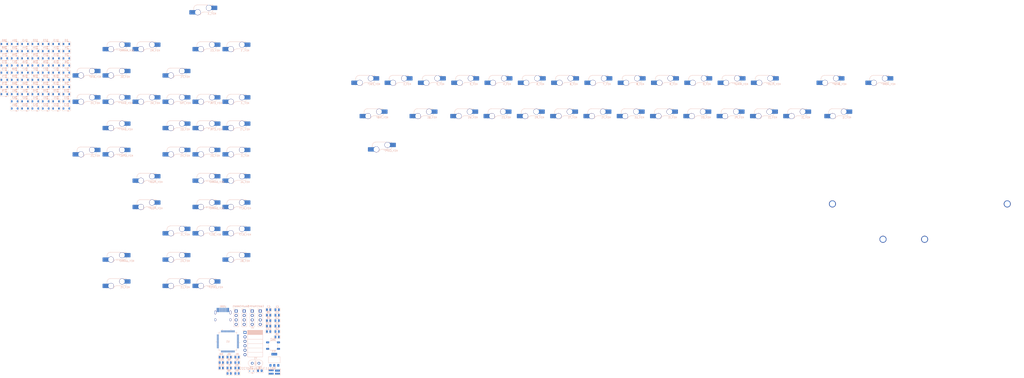
<source format=kicad_pcb>
(kicad_pcb (version 20241229) (generator "pcbnew") (generator_version "9.0")
  (layers (0 "F.Cu" signal) (4 "In1.Cu" signal) (6 "In2.Cu" signal) (2 "B.Cu" signal) (13 "F.Paste" user) (15 "B.Paste" user) (5 "F.SilkS" user "F.Silkscreen") (7 "B.SilkS" user "B.Silkscreen") (1 "F.Mask" user) (3 "B.Mask" user) (25 "Edge.Cuts" user))
  (net 0 "")
  (net 1 "GND")
  (net 2 "+3.3V")
  (net 3 "+5V")
  (net 4 "Net-(D3-A)")
  (net 5 "Net-(D4-A)")
  (net 6 "Net-(D5-A)")
  (net 7 "Net-(D6-A)")
  (net 8 "Net-(D7-A)")
  (net 9 "Net-(D8-A)")
  (net 10 "Net-(D9-A)")
  (net 11 "Net-(D10-A)")
  (net 12 "Net-(D11-A)")
  (net 13 "Net-(D12-A)")
  (net 14 "Net-(D13-A)")
  (net 15 "Net-(D14-A)")
  (net 16 "Net-(D15-A)")
  (net 17 "Net-(D16-A)")
  (net 18 "Net-(D17-A)")
  (net 19 "Net-(D18-A)")
  (net 20 "Net-(D19-A)")
  (net 21 "Net-(D20-A)")
  (net 22 "Net-(D21-A)")
  (net 23 "Net-(D22-A)")
  (net 24 "Net-(D23-A)")
  (net 25 "Net-(D29-A)")
  (net 26 "Net-(D30-A)")
  (net 27 "Net-(D31-A)")
  (net 28 "Net-(D32-A)")
  (net 29 "Net-(D33-A)")
  (net 30 "Net-(D24-A)")
  (net 31 "Net-(D25-A)")
  (net 32 "Net-(D26-A)")
  (net 33 "Net-(D27-A)")
  (net 34 "Net-(D28-A)")
  (net 35 "Net-(D34-A)")
  (net 36 "/COL2")
  (net 37 "/COL3")
  (net 38 "/COL4")
  (net 39 "/COL5")
  (net 40 "/COL1")
  (net 41 "/ROT_TIMB")
  (net 42 "/ROT_TIMA")
  (net 43 "Net-(U1-OSCIN)")
  (net 44 "Net-(U1-OSCOUT)")
  (net 45 "Net-(U1-VCAP)")
  (net 46 "/NRST")
  (net 47 "/D+")
  (net 48 "/D-")
  (net 49 "/ROW1")
  (net 50 "/ROW2")
  (net 51 "/ROW3")
  (net 52 "/ROW4")
  (net 53 "/ROW5")
  (net 54 "Net-(D35-A)")
  (net 55 "/ROT_SW")
  (net 56 "/UART_TX_EAST")
  (net 57 "/UART_RX_EAST")
  (net 58 "Net-(U1-VDDA)")
  (net 59 "/RGB_DATAIN")
  (net 60 "Net-(D36-A)")
  (net 61 "Net-(D37-A)")
  (net 62 "Net-(D38-A)")
  (net 63 "Net-(D39-A)")
  (net 64 "Net-(D40-A)")
  (net 65 "Net-(D41-A)")
  (net 66 "Net-(D42-A)")
  (net 67 "Net-(D43-A)")
  (net 68 "Net-(D44-A)")
  (net 69 "Net-(D45-A)")
  (net 70 "Net-(D46-A)")
  (net 71 "Net-(D47-A)")
  (net 72 "Net-(D48-A)")
  (net 73 "Net-(D50-A)")
  (net 74 "Net-(D51-A)")
  (net 75 "Net-(D52-A)")
  (net 76 "Net-(D53-A)")
  (net 77 "Net-(D54-A)")
  (net 78 "Net-(D55-A)")
  (net 79 "Net-(D56-A)")
  (net 80 "Net-(D57-A)")
  (net 81 "Net-(D58-A)")
  (net 82 "/UART_TX_NORTH")
  (net 83 "/UART_RX_NORTH")
  (net 84 "Net-(USB1-CC2)")
  (net 85 "Net-(USB1-CC1)")
  (net 86 "Net-(U1-PA11)")
  (net 87 "Net-(U1-PA12)")
  (net 88 "Net-(U1-BOOT)")
  (net 89 "/JTCLK")
  (net 90 "Net-(J1-Pin_2)")
  (net 91 "/JTMS")
  (net 92 "Net-(J1-Pin_4)")
  (net 93 "Net-(J1-Pin_5)")
  (net 94 "Net-(J1-Pin_6)")
  (net 95 "/SWO")
  (net 96 "/UART_TX_SOUTH")
  (net 97 "/UART_RX_SOUTH")
  (net 99 "AGND")
  (net 100 "Net-(D59-A)")
  (net 101 "/UART_TX_WEST")
  (net 104 "Net-(D60-A)")
  (net 105 "Net-(D61-A)")
  (net 106 "Net-(D62-A)")
  (net 109 "Net-(D64-A)")
  (net 111 "Net-(D65-A)")
  (net 112 "Net-(D68-A)")
  (net 113 "/UART_RX_WEST")
  (net 114 "Net-(D71-A)")
  (net 115 "Net-(D72-A)")
  (net 116 "Net-(D73-A)")
  (net 119 "Net-(D2-A)")
  (net 124 "Net-(D74-A)")
  (net 125 "Net-(D75-A)")
  (net 126 "Net-(D76-A)")
  (net 127 "/COL12")
  (net 128 "/COL9")
  (net 129 "/COL10")
  (net 130 "/COL11")
  (net 131 "/COL6")
  (net 132 "/COL7")
  (net 133 "/COL8")
  (net 134 "/COL14")
  (net 135 "/COL13")
  (net 136 "/COL15")
  (footprint "PCM_marbastlib-mx:STAB_MX_2.25u" (layer "F.Cu") (at 311.94375 161.9511)
    (property "Reference" "S4" (hide yes))
    (property "Value" "MX_stab")
  )
  (footprint "PCM_marbastlib-mx:STAB_MX_P_2u" (layer "F.Cu") (at 340.81375 141.5972)
    (property "Reference" "S3" (hide yes))
    (property "Value" "MX_stab")
  )
  (footprint "PCM_marbastlib-mx:STAB_MX_P_6.25u" (layer "F.Cu") (at 349.98375 121.3672)
    (property "Reference" "S2" (hide yes))
    (property "Value" "MX_stab")
  )
  (footprint "PCM_marbastlib-mx:STAB_MX_2u" (layer "F.Cu") (at 311.94375 182.245)
    (property "Reference" "S5" (hide yes))
    (property "Value" "MX_stab")
  )
  (footprint "PCM_marbastlib-mx:STAB_MX_2.25u" (layer "F.Cu") (at 311.94375 141.6572)
    (property "Reference" "S1" (hide yes))
    (property "Value" "MX_stab")
  )
  (footprint "PCM_Resistor_SMD_AKL:R_0805_2012Metric" (layer "B.Cu") (at -45.1515 205.13825 180)
    (property "Reference" "R6")
    (property "Value" "22" (hide yes))
  )
  (footprint "PCM_marbastlib-mx:SW_MX_HS_CPG151101S11_1u" (layer "B.Cu") (at 52.41 47.625 180)
    (property "Reference" "KEY_1")
    (property "Value" "MX_SW_HS")
  )
  (footprint "PCM_marbastlib-mx:SW_MX_HS_CPG151101S11_1u" (layer "B.Cu") (at 242.355 66.675 180)
    (property "Reference" "KEY_P1")
    (property "Value" "MX_SW_HS")
  )
  (footprint "PCM_Diode_SMD_AKL:D_SOD-123" (layer "B.Cu") (at -156.0315 35.19825 180)
    (property "Reference" "D36")
    (property "Value" "1N4148W" (hide yes))
  )
  (footprint "PCM_Capacitor_SMD_AKL:C_0805_2012Metric" (layer "B.Cu") (at -22.584182 178.02825 180)
    (property "Reference" "C8")
    (property "Value" "10uF" (hide yes))
  )
  (footprint "PCM_marbastlib-mx:SW_MX_HS_CPG151101S11_1u" (layer "B.Cu") (at 327.445 47.625 180)
    (property "Reference" "KEY_HOME1")
    (property "Value" "MX_SW_HS")
  )
  (footprint "PCM_Diode_SMD_AKL:D_SOD-123" (layer "B.Cu") (at -167.8715 26.99825 180)
    (property "Reference" "D55")
    (property "Value" "1N4148W" (hide yes))
  )
  (footprint "PCM_marbastlib-mx:SW_MX_HS_CPG151101S11_1u" (layer "B.Cu") (at -40.351324 73.52325 180)
    (property "Reference" "KEY_/1")
    (property "Value" "MX_SW_HS")
  )
  (footprint "PCM_Diode_SMD_AKL:D_SOD-123" (layer "B.Cu") (at -173.7915 31.09825 180)
    (property "Reference" "D71")
    (property "Value" "1N4148W" (hide yes))
  )
  (footprint "PCM_marbastlib-mx:SW_MX_HS_CPG151101S11_1u" (layer "B.Cu") (at 223.86 47.625 180)
    (property "Reference" "KEY_0")
    (property "Value" "MX_SW_HS")
  )
  (footprint "PCM_marbastlib-mx:SW_MX_HS_CPG151101S11_1u" (layer "B.Cu") (at -91.801324 28.37325 180)
    (property "Reference" "KEY_M1")
    (property "Value" "MX_SW_HS")
  )
  (footprint "PCM_Diode_SMD_AKL:D_SOD-123" (layer "B.Cu") (at -156.0315 43.39825 180)
    (property "Reference" "D38")
    (property "Value" "1N4148W" (hide yes))
  )
  (footprint "PCM_Diode_SMD_AKL:D_SOD-123" (layer "B.Cu") (at -144.1915 59.79825 180)
    (property "Reference" "D22")
    (property "Value" "1N4148W" (hide yes))
  )
  (footprint "PCM_marbastlib-mx:SW_MX_HS_CPG151101S11_1u" (layer "B.Cu") (at -108.951324 163.82325 180)
    (property "Reference" "KEY_V1")
    (property "Value" "MX_SW_HS")
  )
  (footprint "PCM_marbastlib-mx:SW_MX_HS_CPG151101S11_1u" (layer "B.Cu") (at -74.651324 163.82325 180)
    (property "Reference" "KEY_L1")
    (property "Value" "MX_SW_HS")
  )
  (footprint "PCM_Diode_SMD_AKL:D_SOD-123" (layer "B.Cu") (at -150.1115 47.49825 180)
    (property "Reference" "D29")
    (property "Value" "1N4148W" (hide yes))
  )
  (footprint "PCM_marbastlib-mx:SW_MX_HS_CPG151101S11_1u" (layer "B.Cu") (at 185.205 66.675 180)
    (property "Reference" "KEY_U1")
    (property "Value" "MX_SW_HS")
  )
  (footprint "PCM_Resistor_SMD_AKL:R_0805_2012Metric" (layer "B.Cu") (at -49.6715 208.25825 180)
    (property "Reference" "R13")
    (property "Value" "DNP" (hide yes))
  )
  (footprint "PCM_marbastlib-mx:SW_MX_HS_CPG151101S11_1u" (layer "B.Cu") (at -108.951324 28.37325 180)
    (property "Reference" "KEY_RARROW1")
    (property "Value" "MX_SW_HS")
  )
  (footprint "PCM_Diode_SMD_AKL:D_SOD-123" (layer "B.Cu") (at -144.1915 43.39825 180)
    (property "Reference" "D18")
    (property "Value" "1N4148W" (hide yes))
  )
  (footprint "PCM_Diode_SMD_AKL:D_SOD-123" (layer "B.Cu") (at -138.2715 22.89825 180)
    (property "Reference" "D3")
    (property "Value" "1N4148W" (hide yes))
  )
  (footprint "PCM_marbastlib-mx:SW_MX_HS_CPG151101S11_1u" (layer "B.Cu") (at -57.501324 58.47325 180)
    (property "Reference" "KEY_CTRL1")
    (property "Value" "MX_SW_HS")
  )
  (footprint "PCM_Diode_SMD_AKL:D_SOD-123" (layer "B.Cu") (at -150.1115 22.89825 180)
    (property "Reference" "D23")
    (property "Value" "1N4148W" (hide yes))
  )
  (footprint "PCM_marbastlib-mx:SW_MX_HS_CPG151101S11_1u" (layer "B.Cu") (at -108.951324 88.57325 180)
    (property "Reference" "KEY_SPACE1")
    (property "Value" "MX_SW_HS")
  )
  (footprint "PCM_marbastlib-mx:SW_MX_HS_CPG151101S11_1u" (layer "B.Cu") (at -57.501324 88.57325 180)
    (property "Reference" "KEY_D1")
    (property "Value" "MX_SW_HS")
  )
  (footprint "PCM_Diode_SMD_AKL:D_SOD-123" (layer "B.Cu") (at -167.8715 43.39825 180)
    (property "Reference" "D59")
    (property "Value" "1N4148W" (hide yes))
  )
  (footprint "PCM_Diode_SMD_AKL:D_SOD-123" (layer "B.Cu") (at -173.7915 22.89825 180)
    (property "Reference" "D65")
    (property "Value" "1N4148W" (hide yes))
  )
  (footprint "Connector_PinSocket_2.54mm:PinSocket_1x04_P2.54mm_Vertical" (layer "B.Cu") (at -31.9465 175.67325 180)
    (property "Reference" "North1")
    (property "Value" "Conn_01x04")
  )
  (footprint "PCM_Resistor_SMD_AKL:R_0805_2012Metric" (layer "B.Cu") (at -45.1515 202.01825 180)
    (property "Reference" "R5")
    (property "Value" "10k" (hide yes))
  )
  (footprint "PCM_Resistor_SMD_AKL:R_0805_2012Metric" (layer "B.Cu") (at -49.6715 205.13825 180)
    (property "Reference" "R10")
    (property "Value" "DNP" (hide yes))
  )
  (footprint "Connector_PinSocket_2.54mm:PinSocket_1x04_P2.54mm_Vertical" (layer "B.Cu") (at -41.1465 175.67325 180)
    (property "Reference" "West1")
    (property "Value" "Conn_01x04")
  )
  (footprint "PCM_Diode_SMD_AKL:D_SOD-123" (layer "B.Cu") (at -156.0315 51.59825 180)
    (property "Reference" "D40")
    (property "Value" "1N4148W" (hide yes))
  )
  (footprint "PCM_marbastlib-mx:SW_MX_HS_CPG151101S11_1u" (layer "B.Cu") (at -126.101324 58.47325 180)
    (property "Reference" "KEY_X1")
    (property "Value" "MX_SW_HS")
  )
  (footprint "PCM_Diode_SMD_AKL:D_SOD-123" (layer "B.Cu") (at -150.1115 35.19825 180)
    (property "Reference" "D26")
    (property "Value" "1N4148W" (hide yes))
  )
  (footprint "PCM_Diode_SMD_AKL:D_SOD-123" (layer "B.Cu") (at -167.8715 55.69825 180)
    (property "Reference" "D62")
    (property "Value" "1N4148W" (hide yes))
  )
  (footprint "PCM_Diode_SMD_AKL:D_SOD-123" (layer "B.Cu") (at -144.1915 39.29825 180)
    (property "Reference" "D17")
    (property "Value" "1N4148W" (hide yes))
  )
  (footprint "PCM_marbastlib-mx:SW_MX_HS_CPG151101S11_1u" (layer "B.Cu") (at 71.46 47.625 180)
    (property "Reference" "KEY_2")
    (property "Value" "MX_SW_HS")
  )
  (footprint "PCM_Diode_SMD_AKL:D_SOD-123" (layer "B.Cu") (at -144.1915 26.99825 180)
    (property "Reference" "D14")
    (property "Value" "1N4148W" (hide yes))
  )
  (footprint "PCM_marbastlib-mx:SW_MX_HS_CPG151101S11_1u" (layer "B.Cu") (at -74.651324 88.57325 180)
    (property "Reference" "KEY_H1")
    (property "Value" "MX_SW_HS")
  )
  (footprint "PCM_marbastlib-mx:SW_MX_HS_CPG151101S11_1u" (layer "B.Cu") (at 185.76 47.625 180)
    (property "Reference" "KEY_8")
    (property "Value" "MX_SW_HS")
  )
  (footprint "PCM_marbastlib-mx:SW_MX_HS_CPG151101S11_1u" (layer "B.Cu") (at 147.66 47.625 180)
    (property "Reference" "KEY_6")
    (property "Value" "MX_SW_HS")
  )
  (footprint "PCM_Diode_SMD_AKL:D_SOD-123" (layer "B.Cu") (at -156.0315 59.79825 180)
    (property "Reference" "D42")
    (property "Value" "1N4148W" (hide yes))
  )
  (footprint "PCM_marbastlib-mx:SW_MX_HS_CPG151101S11_1u" (layer "B.Cu") (at -74.651324 58.47325 180)
    (property "Reference" "KEY_FN1")
    (property "Value" "MX_SW_HS")
  )
  (footprint "PCM_marbastlib-mx:SW_MX_HS_CPG151101S11_1u" (layer "B.Cu") (at 33.3375 47.625 180)
    (property "Reference" "KEY_ESC1")
    (property "Value" "MX_SW_HS")
  )
  (footprint "PCM_Diode_SMD_AKL:D_SOD-123" (layer "B.Cu") (at -156.0315 22.89825 180)
    (property "Reference" "D33")
    (property "Value" "1N4148W" (hide yes))
  )
  (footprint "PCM_marbastlib-mx:SW_MX_HS_CPG151101S11_1u" (layer "B.Cu") (at 90.51 47.625 180)
    (property "Reference" "KEY_3")
    (property "Value" "MX_SW_HS")
  )
  (footprint "PCM_marbastlib-mx:SW_MX_HS_CPG151101S11_1u" (layer "B.Cu") (at -40.351324 103.62325 180)
    (property "Reference" "KEY_A1")
    (property "Value" "MX_SW_HS")
  )
  (footprint "PCM_marbastlib-mx:SW_MX_HS_CPG151101S11_1u" (layer "B.Cu") (at 223.3075 66.675 180)
    (property "Reference" "KEY_O1")
    (property "Value" "MX_SW_HS")
  )
  (footprint "PCM_Diode_SMD_AKL:D_SOD-123" (layer "B.Cu") (at -156.0315 31.09825 180)
    (property "Reference" "D35")
    (property "Value" "1N4148W" (hide yes))
  )
  (footprint "PCM_marbastlib-mx:SW_MX_HS_CPG151101S11_1u" (layer "B.Cu") (at -57.501324 103.62325 180)
    (property "Reference" "KEY_DARROW1")
    (property "Value" "MX_SW_HS")
  )
  (footprint "PCM_marbastlib-mx:SW_MX_HS_CPG151101S11_1u" (layer "B.Cu") (at -91.801324 58.47325 180)
    (property "Reference" "KEY_N1")
    (property "Value" "MX_SW_HS")
  )
  (footprint "PCM_Diode_SMD_AKL:D_SOD-123" (layer "B.Cu") (at -173.7915 35.19825 180)
    (property "Reference" "D72")
    (property "Value" "1N4148W" (hide yes))
  )
  (footprint "PCM_Diode_SMD_AKL:D_SOD-123" (layer "B.Cu") (at -138.2715 59.79825 180)
    (property "Reference" "D12")
    (property "Value" "1N4148W" (hide yes))
  )
  (footprint "PCM_Diode_SMD_AKL:D_SOD-123" (layer "B.Cu") (at -161.9515 26.99825 180)
    (property "Reference" "D44")
    (property "Value" "1N4148W" (hide yes))
  )
  (footprint "PCM_Diode_SMD_AKL:D_SOD-123" (layer "B.Cu") (at -138.2715 26.99825 180)
    (property "Reference" "D4")
    (property "Value" "1N4148W" (hide yes))
  )
  (footprint "PCM_marbastlib-mx:SW_MX_HS_CPG151101S11_1u" (layer "B.Cu") (at -57.501324 133.72325 180)
    (property "Reference" "KEY_DEL1")
    (property "Value" "MX_SW_HS")
  )
  (footprint "PCM_Resistor_SMD_AKL:R_0805_2012Metric" (layer "B.Cu") (at -40.6315 208.25825 180)
    (property "Reference" "R3")
    (property "Value" "22" (hide yes))
  )
  (footprint "PCM_marbastlib-mx:SW_MX_HS_CPG151101S11_1u" (layer "B.Cu") (at 147.105 66.675 180)
    (property "Reference" "KEY_T1")
    (property "Value" "MX_SW_HS")
  )
  (footprint "PCM_marbastlib-mx:SW_MX_HS_CPG151101S11_1u" (layer "B.Cu") (at 109.56 47.625 180)
    (property "Reference" "KEY_4")
    (property "Value" "MX_SW_HS")
  )
  (footprint "PCM_Diode_SMD_AKL:D_SOD-123" (layer "B.Cu") (at -156.0315 47.49825 180)
    (property "Reference" "D39")
    (property "Value" "1N4148W" (hide yes))
  )
  (footprint "PCM_Capacitor_SMD_AKL:C_0805_2012Metric" (layer "B.Cu") (at -17.702394 190.50825 180)
    (property "Reference" "C6")
    (property "Value" "100nF" (hide yes))
  )
  (footprint "PCM_Resistor_SMD_AKL:R_0805_2012Metric" (layer "B.Cu") (at -45.1515 208.25825 180)
    (property "Reference" "R7")
    (property "Value" "22" (hide yes))
  )
  (footprint "PCM_Capacitor_SMD_AKL:C_0805_2012Metric" (layer "B.Cu") (at -17.702394 178.02825 180)
    (property "Reference" "C2")
    (property "Value" "20pF" (hide yes))
  )
  (footprint "PCM_Diode_SMD_AKL:D_SOD-123" (layer "B.Cu") (at -144.1915 47.49825 180)
    (property "Reference" "D19")
    (property "Value" "1N4148W" (hide yes))
  )
  (footprint "PCM_Capacitor_SMD_AKL:C_0805_2012Metric" (layer "B.Cu") (at -22.584182 181.14825 180)
    (property "Reference" "C9")
    (property "Value" "4.7uF" (hide yes))
  )
  (footprint "PCM_Diode_SMD_AKL:D_SOD-123" (layer "B.Cu") (at -161.9515 43.39825 180)
    (property "Reference" "D48")
    (property "Value" "1N4148W" (hide yes))
  )
  (footprint "PCM_Diode_SMD_AKL:D_SOD-123" (layer "B.Cu") (at -150.1115 39.29825 180)
    (property "Reference" "D27")
    (property "Value" "1N4148W" (hide yes))
  )
  (footprint "PCM_marbastlib-mx:SW_MX_HS_CPG151101S11_1u" (layer "B.Cu") (at 66.675 66.675 180)
    (property "Reference" "KEY_Q1")
    (property "Value" "MX_SW_HS")
  )
  (footprint "PCM_marbastlib-mx:SW_MX_HS_CPG151101S11_1u" (layer "B.Cu") (at -108.951324 148.77325 180)
    (property "Reference" "KEY_UARROW1")
    (property "Value" "MX_SW_HS")
  )
  (footprint "PCM_Diode_SMD_AKL:D_SOD-123" (layer "B.Cu") (at -156.0315 55.69825 180)
    (property "Reference" "D41")
    (property "Value" "1N4148W" (hide yes))
  )
  (footprint "PCM_Diode_SMD_AKL:D_SOD-123" (layer "B.Cu") (at -138.2715 47.49825 180)
    (property "Reference" "D9")
    (property "Value" "1N4148W" (hide yes))
  )
  (footprint "PCM_Diode_SMD_AKL:D_SOD-123" (layer "B.Cu") (at -138.2715 31.09825 180)
    (property "Reference" "D5")
    (property "Value" "1N4148W" (hide yes))
  )
  (footprint "PCM_Diode_SMD_AKL:D_SOD-123" (layer "B.Cu") (at -138.2715 55.69825 180)
    (property "Reference" "D11")
    (property "Value" "1N4148W" (hide yes))
  )
  (footprint "PCM_Diode_SMD_AKL:D_SOD-123" (layer "B.Cu") (at -167.8715 47.49825 180)
    (property "Reference" "D60")
    (property "Value" "1N4148W" (hide yes))
  )
  (footprint "PCM_Capacitor_SMD_AKL:C_0805_2012Metric" (layer "B.Cu") (at -17.702394 184.26825 180)
    (property "Reference" "C4")
    (property "Value" "100nF" (hide yes))
  )
  (footprint "PCM_Diode_SMD_AKL:D_SOD-123" (layer "B.Cu") (at -167.8715 22.89825 180)
    (property "Reference" "D54")
    (property "Value" "1N4148W" (hide yes))
  )
  (footprint "Type-C.pretty-master:HRO-TYPE-C-31-M-12-HandSoldering" (layer "B.Cu") (at -48.7415 183.26825 180)
    (property "Reference" "USB1")
    (property "Value" "HRO-TYPE-C-31-M-12")
  )
  (footprint "PCM_Diode_SMD_AKL:D_SOD-123" (layer "B.Cu") (at -138.2715 35.19825 180)
    (property "Reference" "D6")
    (property "Value" "1N4148W" (hide yes))
  )
  (footprint "PCM_marbastlib-mx:SW_MX_HS_CPG151101S11_1u" (layer "B.Cu") (at -40.351324 118.67325 180)
    (property "Reference" "KEY_ALT1")
    (property "Value" "MX_SW_HS")
  )
  (footprint "PCM_marbastlib-mx:SW_MX_HS_CPG151101S11_1u" (layer "B.Cu") (at 128.055 66.675 180)
    (property "Reference" "KEY_R1")
    (property "Value" "MX_SW_HS")
  )
  (footprint "PCM_marbastlib-mx:SW_MX_HS_CPG151101S11_1u" (layer "B.Cu") (at 261.4375 66.675 180)
    (property "Reference" "KEY_[1")
    (property "Value" "MX_SW_HS")
  )
  (footprint "PCM_Diode_SMD_AKL:D_SOD-123" (layer "B.Cu") (at -173.7915 47.49825 180)
    (property "Reference" "D75")
    (property "Value" "1N4148W" (hide yes))
  )
  (footprint "PCM_marbastlib-mx:SW_MX_HS_CPG151101S11_1u" (layer "B.Cu") (at -74.651324 148.77325 180)
    (property "Reference" "KEY_K1")
    (property "Value" "MX_SW_HS")
  )
  (footprint "PCM_marbastlib-mx:SW_MX_HS_CPG151101S11_1u" (layer "B.Cu") (at -108.951324 58.47325 180)
    (property "Reference" "KEY_SHIFT1")
    (property "Value" "MX_SW_HS")
  )
  (footprint "PCM_marbastlib-various:SW_SPST_SKQG_WithStem" (layer "B.Cu") (at -20.0365 195.44325 180)
    (property "Reference" "SW2")
    (property "Value" "Push_Button")
  )
  (footprint "PCM_Diode_SMD_AKL:D_SOD-123" (layer "B.Cu") (at -167.8715 39.29825 180)
    (property "Reference" "D58")
    (property "Value" "1N4148W" (hide yes))
  )
  (footprint "PCM_Diode_SMD_AKL:D_SOD-123" (layer "B.Cu") (at -144.1915 51.59825 180)
    (property "Reference" "D20")
    (property "Value" "1N4148W" (hide yes))
  )
  (footprint "PCM_Diode_SMD_AKL:D_SOD-123" (layer "B.Cu") (at -144.1915 31.09825 180)
    (property "Reference" "D15")
    (property "Value" "1N4148W" (hide yes))
  )
  (footprint "PCM_marbastlib-mx:SW_MX_HS_CPG151101S11_1u" (layer "B.Cu") (at 38.1 66.675 180)
    (property "Reference" "KEY_TAB1")
    (property "Value" "MX_SW_HS")
  )
  (footprint "PCM_Diode_SMD_AKL:D_SOD-323" (layer "B.Cu") (at -32.4015 209.99825 180)
    (property "Reference" "D2")
    (property "Value" "BAT60JFILM" (hide yes))
  )
  (footprint "PCM_Diode_SMD_AKL:D_SOD-123" (layer "B.Cu") (at -161.9515 55.69825 180)
    (property "Reference" "D52")
    (property "Value" "1N4148W" (hide yes))
  )
  (footprint "PCM_marbastlib-mx:SW_MX_HS_CPG151101S11_1u" (layer "B.Cu") (at 109.005 66.675 180)
    (property "Reference" "KEY_E1")
    (property "Value" "MX_SW_HS")
  )
  (footprint "PCM_marbastlib-mx:SW_MX_HS_CPG151101S11_1u" (layer "B.Cu") (at -126.101324 43.42325 180)
    (property "Reference" "KEY_WIN1")
    (property "Value" "MX_SW_HS")
  )
  (footprint "PCM_Diode_SMD_AKL:D_SOD-123" (layer "B.Cu") (at -161.9515 59.79825 180)
    (property "Reference" "D53")
    (property "Value" "1N4148W" (hide yes))
  )
  (footprint "PCM_marbastlib-mx:SW_MX_HS_CPG151101S11_1u" (layer "B.Cu") (at -40.351324 148.77325 180)
    (property "Reference" "KEY_B1")
    (property "Value" "MX_SW_HS")
  )
  (footprint "PCM_Resistor_SMD_AKL:R_0805_2012Metric" (layer "B.Cu") (at -40.6315 205.13825 180)
    (property "Reference" "R2")
    (property "Value" "5.1k" (hide yes))
  )
  (footprint "PCM_marbastlib-mx:SW_MX_HS_CPG151101S11_1u" (layer "B.Cu") (at -57.501324 73.52325 180)
    (property "Reference" "KEY_CTRL2")
    (property "Value" "MX_SW_HS")
  )
  (footprint "PCM_marbastlib-mx:SW_MX_HS_CPG151101S11_1u" (layer "B.Cu") (at -74.651324 73.52325 180)
    (property "Reference" "KEY_G1")
    (property "Value" "MX_SW_HS")
  )
  (footprint "PCM_Capacitor_SMD_AKL:C_0805_2012Metric" (layer "B.Cu") (at -22.584182 184.26825 180)
    (property "Reference" "C10")
    (property "Value" "1uF" (hide yes))
  )
  (footprint "PCM_marbastlib-mx:SW_MX_HS_CPG151101S11_1u" (layer "B.Cu") (at -108.951324 43.42325 180)
    (property "Reference" "KEY_S1")
    (property "Value" "MX_SW_HS")
  )
  (footprint "PCM_Diode_SMD_AKL:D_SOD-123" (layer "B.Cu") (at -144.1915 35.19825 180)
    (property "Reference" "D16")
    (property "Value" "1N4148W" (hide yes))
  )
  (footprint "PCM_marbastlib-mx:SW_MX_HS_CPG151101S11_1u" (layer "B.Cu") (at -91.801324 103.62325 180)
    (property "Reference" "KEY_PGDN1")
    (property "Value" "MX_SW_HS")
  )
  (footprint "PCM_Capacitor_SMD_AKL:C_0805_2012Metric" (layer "B.Cu") (at -22.584182 187.38825 180)
    (property "Reference" "C11")
    (property "Value" "0.1uF" (hide yes))
  )
  (footprint "PCM_Diode_SMD_AKL:D_SOD-123" (layer "B.Cu") (at -161.9515 31.09825 180)
    (property "Reference" "D45")
    (property "Value" "1N4148W" (hide yes))
  )
  (footprint "PCM_marbastlib-mx:SW_MX_HS_CPG151101S11_1u" (layer "B.Cu") (at 42.8625 85.725 180)
    (property "Reference" "KEY_CAPS1")
    (property "Value" "MX_SW_HS")
  )
  (footprint "PCM_marbastlib-mx:SW_MX_HS_CPG151101S11_1u" (layer "B.Cu") (at -74.651324 43.42325 180)
    (property "Reference" "KEY_F1")
    (property "Value" "MX_SW_HS")
  )
  (footprint "PCM_marbastlib-mx:SW_MX_HS_CPG151101S11_1u" (layer "B.Cu") (at 204.2375 66.675 180)
    (property "Reference" "KEY_I1")
    (property "Value" "MX_SW_HS")
  )
  (footprint "PCM_Diode_SMD_AKL:D_SOD-123" (layer "B.Cu") (at -161.9515 51.59825 180)
    (property "Reference" "D51")
    (property "Value" "1N4148W" (hide yes))
  )
  (footprint "PCM_Diode_SMD_AKL:D_SOD-123" (layer "B.Cu") (at -150.1115 26.99825 180)
    (property "Reference" "D24")
    (property "Value" "1N4148W" (hide yes))
  )
  (footprint "PCM_marbastlib-mx:SW_MX_HS_CPG151101S11_1u" (layer "B.Cu") (at 303.95 66.675 180)
    (property "Reference" "KEY_\\1")
    (property "Value" "MX_SW_HS")
  )
  (footprint "PCM_Diode_SMD_AKL:D_SOD-123" (layer "B.Cu") (at -167.8715 59.79825 180)
    (property "Reference" "D64")
    (property "Value" "1N4148W" (hide yes))
  )
  (footprint "PCM_Diode_SMD_AKL:D_SOD-123" (layer "B.Cu") (at -161.9515 47.49825 180)
    (property "Reference" "D50")
    (property "Value" "1N4148W" (hide yes))
  )
  (footprint "PCM_Resistor_SMD_AKL:R_0805_2012Metric" (layer "B.Cu") (at -49.6715 202.01825 180)
    (property "Reference" "R9")
    (property "Value" "22" (hide yes))
  )
  (footprint "PCM_Diode_SMD_AKL:D_SOD-123" (layer "B.Cu") (at -150.1115 55.69825 180)
    (property "Reference" "D31")
    (property "Value" "1N4148W" (hide yes))
  )
  (footprint "PCM_Fuse_AKL:Fuse_0805_2012Metric_Pad1.15x1.40mm_BigPads" (layer "B.Cu") (at -27.5815 209.80825 180)
    (property "Reference" "FB1")
    (property "Value" "Ferrite_Bead" (hide yes))
  )
  (footprint "PCM_marbastlib-mx:SW_MX_HS_CPG151101S11_1u" (layer "B.Cu") (at 299.505 47.625 180)
    (property "Reference" "KEY_BKSP1")
    (property "Value" "MX_SW_HS")
  )
  (footprint "PCM_Diode_SMD_AKL:D_SOD-123" (layer "B.Cu") (at -150.1115 31.09825 180)
    (property "Reference" "D25")
    (property "Value" "1N4148W" (hide yes))
  )
  (footprint "PCM_marbastlib-mx:SW_MX_HS_CPG151101S11_1u" (layer "B.Cu") (at 242.91 47.625 180)
    (property "Reference" "KEY_MINUS1")
    (property "Value" "MX_SW_HS")
  )
  (footprint "PCM_Diode_SMD_AKL:D_SOD-123" (layer "B.Cu") (at -173.7915 26.99825 180)
    (property "Reference" "D68")
    (property "Value" "1N4148W" (hide yes))
  )
  (footprint "PCM_marbastlib-mx:SW_MX_HS_CPG151101S11_1u" (layer "B.Cu") (at -59.315 7.3025 180)
    (property "Reference" "KEY_,1")
    (property "Value" "MX_SW_HS")
  )
  (footprint "PCM_Diode_SMD_AKL:D_SOD-123" (layer "B.Cu") (at -161.9515 39.29825 180)
    (property "Reference" "D47")
    (property "Value" "1N4148W" (hide yes))
  )
  (footprint "PCM_marbastlib-mx:SW_MX_HS_CPG151101S11_1u" (layer "B.Cu") (at -40.351324 88.57325 180)
    (property "Reference" "KEY_;1")
    (property "Value" "MX_SW_HS")
  )
  (footprint "PCM_marbastlib-mx:SW_MX_HS_CPG151101S11_1u" (layer "B.Cu") (at 166.155 66.675 180)
    (property "Reference" "KEY_Y1")
    (property "Value" "MX_SW_HS")
  )
  (footprint "PCM_Diode_SMD_AKL:D_SOD-123" (layer "B.Cu") (at -161.9515 35.19825 180)
    (property "Reference" "D46")
    (property "Value" "1N4148W" (hide yes))
  )
  (footprint "PCM_Package_TO_SOT_SMD_AKL:SOT-143_Handsoldering" (layer "B.Cu") (at -19.314 210.54325 180)
    (property "Reference" "D1")
    (property "Value" "PRTR5V0U2X")
  )
  (footprint "PCM_Diode_SMD_AKL:D_SOD-123" (layer "B.Cu") (at -156.0315 26.99825 180)
    (property "Reference" "D34")
    (property "Value" "1N4148W" (hide yes))
  )
  (footprint "Connector_PinSocket_2.54mm:PinSocket_1x06_P2.54mm_Horizontal" (layer "B.Cu") (at -36.0965 187.92325 180)
    (property "Reference" "J1")
    (property "Value" "Conn_01x06")
  )
  (footprint "PCM_marbastlib-mx:SW_MX_HS_CPG151101S11_1u" (layer "B.Cu") (at 261.9375 47.625 180)
    (property "Reference" "KEY_PLUS1")
    (property "Value" "MX_SW_HS")
  )
  (footprint "Connector_PinSocket_2.54mm:PinSocket_1x04_P2.54mm_Vertical" (layer "B.Cu") (at -27.3465 175.67325 180)
    (property "Reference" "East1")
    (property "Value" "Conn_01x04")
  )
  (footprint "PCM_marbastlib-mx:SW_MX_HS_CPG151101S11_1u" (layer "B.Cu") (at -57.501324 28.37325 180)
    (property "Reference" "KEY_C1")
    (property "Value" "MX_SW_HS")
  )
  (footprint "PCM_marbastlib-mx:SW_MX_HS_CPG151101S11_1u" (layer "B.Cu") (at 166.71 47.625 180)
    (property "Reference" "KEY_7")
    (property "Value" "MX_SW_HS")
  )
  (footprint "PCM_Diode_SMD_AKL:D_SOD-123" (layer "B.Cu") (at -150.1115 51.59825 180)
    (property "Reference" "D30")
    (property "Value" "1N4148W" (hide yes))
  )
  (footprint "PCM_Resistor_SMD_AKL:R_0805_2012Metric" (layer "B.Cu") (at -40.6315 211.37825 180)
    (property "Reference" "R4")
    (property "Value" "22" (hide yes))
  )
  (footprint "PCM_marbastlib-mx:SW_MX_HS_CPG151101S11_1u" (layer "B.Cu") (at -126.101324 88.57325 180)
    (property "Reference" "KEY_Z1")
    (property "Value" "MX_SW_HS")
  )
  (footprint "PCM_Diode_SMD_AKL:D_SOD-123" (layer "B.Cu") (at -156.0315 39.29825 180)
    (property "Reference" "D37")
    (property "Value" "1N4148W" (hide yes))
  )
  (footprint "PCM_Diode_SMD_AKL:D_SOD-123" (layer "B.Cu") (at -144.1915 55.69825 180)
    (property "Reference" "D21")
    (property "Value" "1N4148W" (hide yes))
  )
  (footprint "PCM_marbastlib-mx:SW_MX_HS_CPG151101S11_1u" (layer "B.Cu") (at 128.61 47.625 180)
    (property "Reference" "KEY_5")
    (property "Value" "MX_SW_HS")
  )
  (footprint "PCM_Diode_SMD_AKL:D_SOD-123" (layer "B.Cu") (at -161.9515 22.89825 180)
    (property "Reference" "D43")
    (property "Value" "1N4148W" (hide yes))
  )
  (footprint "footprints:LQFP64-10x10mm" (layer "B.Cu") (at -45.8748 193.02935 180)
    (property "Reference" "U1")
    (property "Value" "~")
  )
  (footprint "PCM_Diode_SMD_AKL:D_SOD-123" (layer "B.Cu") (at -144.1915 22.89825 180)
    (property "Reference" "D13")
    (property "Value" "1N4148W" (hide yes))
  )
  (footprint "PCM_Capacitor_SMD_AKL:C_0805_2012Metric" (layer "B.Cu") (at -17.702394 187.38825 180)
    (property "Reference" "C5")
    (property "Value" "100nF" (hide yes))
  )
  (footprint "PCM_Capacitor_SMD_AKL:C_0805_2012Metric" (layer "B.Cu") (at -22.584182 174.90825 180)
    (property "Reference" "C7")
    (property "Value" "1uF" (hide yes))
  )
  (footprint "PCM_marbastlib-mx:SW_MX_HS_CPG151101S11_1u" (layer "B.Cu") (at -40.351324 28.37325 180)
    (property "Reference" "KEY_'1")
    (property "Value" "MX_SW_HS")
  )
  (footprint "PCM_Diode_SMD_AKL:D_SOD-123" (layer "B.Cu") (at -173.7915 43.39825 180)
    (property "Reference" "D74")
    (property "Value" "1N4148W" (hide yes))
  )
  (footprint "PCM_marbastlib-mx:SW_MX_HS_CPG151101S11_1u" (layer "B.Cu") (at -40.351324 133.72325 180)
    (property "Reference" "KEY_ALT2")
    (property "Value" "MX_SW_HS")
  )
  (footprint "PCM_marbastlib-mx:SW_MX_HS_CPG151101S11_1u" (layer "B.Cu") (at -74.651324 133.72325 180)
    (property "Reference" "KEY_J1")
    (property "Value" "MX_SW_HS")
  )
  (footprint "PCM_marbastlib-mx:SW_MX_HS_CPG151101S11_1u" (layer "B.Cu") (at 204.81 47.625 180)
    (property "Reference" "KEY_9")
    (property "Value" "MX_SW_HS")
  )
  (footprint "Connector_PinSocket_2.54mm:PinSocket_1x04_P2.54mm_Vertical" (layer "B.Cu") (at -36.5465 175.67325 180)
    (property "Reference" "South1")
    (property "Value" "Conn_01x04")
  )
  (footprint "PCM_Crystal_AKL:Crystal_HC52-U_Vertical" (layer "B.Cu") (at -28.1465 205.52325 180)
    (property "Reference" "Y1")
    (property "Value" "8MHz" (hide yes))
  )
  (footprint "PCM_marbastlib-mx:SW_MX_HS_CPG151101S11_1u" (layer "B.Cu") (at 280.4375 66.675 180)
    (property "Reference" "KEY_]1")
    (property "Value" "MX_SW_HS")
  )
  (footprint "PCM_marbastlib-mx:SW_MX_HS_CPG151101S11_1u" (layer "B.Cu") (at -108.951324 73.52325 180)
    (property "Reference" "KEY_SHIFT2")
    (property "Value" "MX_SW_HS")
  )
  (footprint "PCM_Diode_SMD_AKL:D_SOD-123" (layer "B.Cu") (at -173.7915 51.59825 180)
    (property "Reference" "D76")
    (property "Value" "1N4148W" (hide yes))
  )
  (footprint "PCM_marbastlib-mx:SW_MX_HS_CPG151101S11_1u" (layer "B.Cu") (at -57.501324 118.67325 180)
    (property "Reference" "KEY_DARROW2")
    (property "Value" "MX_SW_HS")
  )
  (footprint "PCM_Resistor_SMD_AKL:R_0805_2012Metric" (layer "B.Cu") (at -40.6315 202.01825 180)
    (property "Reference" "R1")
    (property "Value" "5.1k" (hide yes))
  )
  (footprint "PCM_Diode_SMD_AKL:D_SOD-123" (layer "B.Cu") (at -138.2715 39.29825 180)
    (property "Reference" "D7")
    (property "Value" "1N4148W" (hide yes))
  )
  (footprint "PCM_Diode_SMD_AKL:D_SOD-123" (layer "B.Cu") (at -150.1115 43.39825 180)
    (property "Reference" "D28")
    (property "Value" "1N4148W" (hide yes))
  )
  (footprint "PCM_Diode_SMD_AKL:D_SOD-123" (layer "B.Cu") (at -150.1115 59.79825 180)
    (property "Reference" "D32")
    (property "Value" "1N4148W" (hide yes))
  )
  (footprint "PCM_Diode_SMD_AKL:D_SOD-123" (layer "B.Cu") (at -167.8715 35.19825 180)
    (property "Reference" "D57")
    (property "Value" "1N4148W" (hide yes))
  )
  (footprint "PCM_Capacitor_SMD_AKL:C_0805_2012Metric" (layer "B.Cu") (at -17.702394 174.90825 180)
    (property "Reference" "C1")
    (property "Value" "20pF" (hide yes))
  )
  (footprint "PCM_Resistor_SMD_AKL:R_0805_2012Metric" (layer "B.Cu") (at -45.1515 211.37825 180)
    (property "Reference" "R8")
    (property "Value" "22" (hide yes))
  )
  (footprint "PCM_marbastlib-mx:SW_MX_HS_CPG151101S11_1u" (layer "B.Cu") (at -57.501324 163.82325 180)
    (property "Reference" "KEY_ENTER1")
    (property "Value" "MX_SW_HS")
  )
  (footprint "PCM_Diode_SMD_AKL:D_SOD-123" (layer "B.Cu") (at -138.2715 51.59825 180)
    (property "Reference" "D10")
    (property "Value" "1N4148W" (hide yes))
  )
  (footprint "PCM_Diode_SMD_AKL:D_SOD-123" (layer "B.Cu") (at -138.2715 43.39825 180)
    (property "Reference" "D8")
    (property "Value" "1N4148W" (hide yes))
  )
  (footprint "PCM_Diode_SMD_AKL:D_SOD-123" (layer "B.Cu") (at -167.8715 31.09825 180)
    (property "Reference" "D56")
    (property "Value" "1N4148W" (hide yes))
  )
  (footprint "PCM_Diode_SMD_AKL:D_SOD-123" (layer "B.Cu") (at -167.8715 51.59825 180)
    (property "Reference" "D61")
    (property "Value" "1N4148W" (hide yes))
  )
  (footprint "PCM_4ms_Package_SOT:SOT223" (layer "B.Cu") (at -19.3365 203.54325 180)
    (property "Reference" "IC1")
    (property "Value" "LD1117-3.3V-SOT223")
  )
  (footprint "PCM_marbastlib-mx:SW_MX_HS_CPG151101S11_1u" (layer "B.Cu") (at -91.801324 118.67325 180)
    (property "Reference" "KEY_PGUP1")
    (property "Value" "MX_SW_HS")
  )
  (footprint "PCM_Capacitor_SMD_AKL:C_0805_2012Metric" (layer "B.Cu") (at -17.702394 181.14825 180)
    (property "Reference" "C3")
    (property "Value" "100nF" (hide yes))
  )
  (footprint "PCM_Diode_SMD_AKL:D_SOD-123" (layer "B.Cu") (at -173.7915 39.29825 180)
    (property "Reference" "D73")
    (property "Value" "1N4148W" (hide yes))
  )
  (footprint "PCM_marbastlib-mx:SW_MX_HS_CPG151101S11_1u" (layer "B.Cu") (at -40.351324 58.47325 180)
    (property "Reference" "KEY_.1")
    (property "Value" "MX_SW_HS")
  )
  (footprint "PCM_marbastlib-mx:SW_MX_HS_CPG151101S11_1u" (layer "B.Cu") (at 89.955 66.675 180)
    (property "Reference" "KEY_W1")
    (property "Value" "MX_SW_HS")
  )
)
</source>
